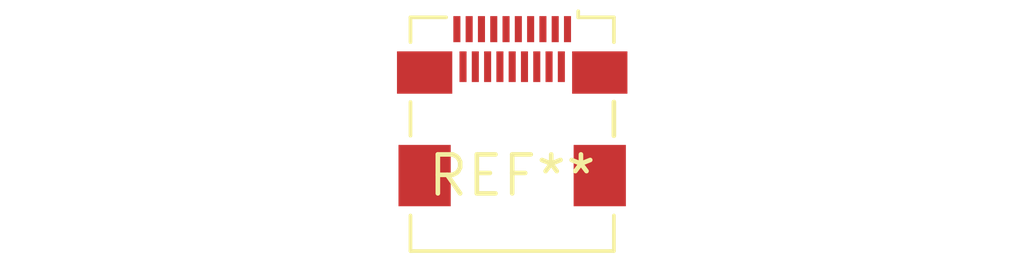
<source format=kicad_pcb>
(kicad_pcb (version 20240108) (generator pcbnew)
  (layers (0 "F.Cu" signal) (31 "B.Cu" signal) (34 "B.Paste" user) (35 "F.Paste" user) (36 "B.SilkS" user "B.Silkscreen") (37 "F.SilkS" user "F.Silkscreen") (38 "B.Mask" user) (39 "F.Mask" user) (44 "Edge.Cuts" user))
  (net 0 "")
  (footprint "HDMI_Micro-D_Molex_46765-0x01" (layer "F.Cu") (at 0 0)
    (property "Reference" "REF**")
    (property "Value" "HDMI_Micro-D_Molex_46765-0x01")
    (fp_line (start -3.31 -5.16) (end -2.15 -5.16) (layer "F.SilkS") (stroke (width 0.12)))
    (fp_line (start -3.31 -4.35) (end -3.31 -5.16) (layer "F.SilkS") (stroke (width 0.12)))
    (fp_line (start -3.31 -1.3) (end -3.31 -2.4) (layer "F.SilkS") (stroke (width 0.12)))
    (fp_line (start -3.31 2.46) (end -3.31 1.3) (layer "F.SilkS") (stroke (width 0.12)))
    (fp_line (start -3.31 2.46) (end 3.31 2.46) (layer "F.SilkS") (stroke (width 0.12)))
    (fp_line (start 2.15 -5.16) (end 2.15 -5.36) (layer "F.SilkS") (stroke (width 0.12)))
    (fp_line (start 2.15 -5.16) (end 3.31 -5.16) (layer "F.SilkS") (stroke (width 0.12)))
    (fp_line (start 3.31 -5.16) (end 3.31 -4.35) (layer "F.SilkS") (stroke (width 0.12)))
    (fp_line (start 3.31 -2.4) (end 3.31 -1.3) (layer "F.SilkS") (stroke (width 0.15)))
    (fp_line (start 3.31 1.3) (end 3.31 2.46) (layer "F.SilkS") (stroke (width 0.12)))
    (pad "1" smd rect (at 1.8 -4.775) (size 0.23 0.85) (layers "F.Cu" "F.Paste" "F.Mask"))
    (pad "2" smd rect (at 1.6 -3.55) (size 0.23 1) (layers "F.Cu" "F.Paste" "F.Mask"))
    (pad "3" smd rect (at 1.4 -4.775) (size 0.23 0.85) (layers "F.Cu" "F.Paste" "F.Mask"))
    (pad "4" smd rect (at 1.2 -3.55) (size 0.23 1) (layers "F.Cu" "F.Paste" "F.Mask"))
    (pad "5" smd rect (at 1 -4.775) (size 0.23 0.85) (layers "F.Cu" "F.Paste" "F.Mask"))
    (pad "6" smd rect (at 0.8 -3.55) (size 0.23 1) (layers "F.Cu" "F.Paste" "F.Mask"))
    (pad "7" smd rect (at 0.6 -4.775) (size 0.23 0.85) (layers "F.Cu" "F.Paste" "F.Mask"))
    (pad "8" smd rect (at 0.4 -3.55) (size 0.23 1) (layers "F.Cu" "F.Paste" "F.Mask"))
    (pad "9" smd rect (at 0.2 -4.775) (size 0.23 0.85) (layers "F.Cu" "F.Paste" "F.Mask"))
    (pad "10" smd rect (at 0 -3.55) (size 0.23 1) (layers "F.Cu" "F.Paste" "F.Mask"))
    (pad "11" smd rect (at -0.2 -4.775) (size 0.23 0.85) (layers "F.Cu" "F.Paste" "F.Mask"))
    (pad "12" smd rect (at -0.4 -3.55) (size 0.23 1) (layers "F.Cu" "F.Paste" "F.Mask"))
    (pad "13" smd rect (at -0.6 -4.775) (size 0.23 0.85) (layers "F.Cu" "F.Paste" "F.Mask"))
    (pad "14" smd rect (at -0.8 -3.55) (size 0.23 1) (layers "F.Cu" "F.Paste" "F.Mask"))
    (pad "15" smd rect (at -1 -4.775) (size 0.23 0.85) (layers "F.Cu" "F.Paste" "F.Mask"))
    (pad "16" smd rect (at -1.2 -3.55) (size 0.23 1) (layers "F.Cu" "F.Paste" "F.Mask"))
    (pad "17" smd rect (at -1.4 -4.775) (size 0.23 0.85) (layers "F.Cu" "F.Paste" "F.Mask"))
    (pad "18" smd rect (at -1.6 -3.55) (size 0.23 1) (layers "F.Cu" "F.Paste" "F.Mask"))
    (pad "19" smd rect (at -1.8 -4.775) (size 0.23 0.85) (layers "F.Cu" "F.Paste" "F.Mask"))
    (pad "SH" smd rect (at -2.85 -3.36) (size 1.8 1.38) (layers "F.Cu" "F.Paste" "F.Mask"))
    (pad "SH" smd rect (at -2.85 0) (size 1.7 2) (layers "F.Cu" "F.Paste" "F.Mask"))
    (pad "SH" smd rect (at 2.85 -3.36) (size 1.8 1.38) (layers "F.Cu" "F.Paste" "F.Mask"))
    (pad "SH" smd rect (at 2.85 0) (size 1.7 2) (layers "F.Cu" "F.Paste" "F.Mask"))
  )
)
</source>
